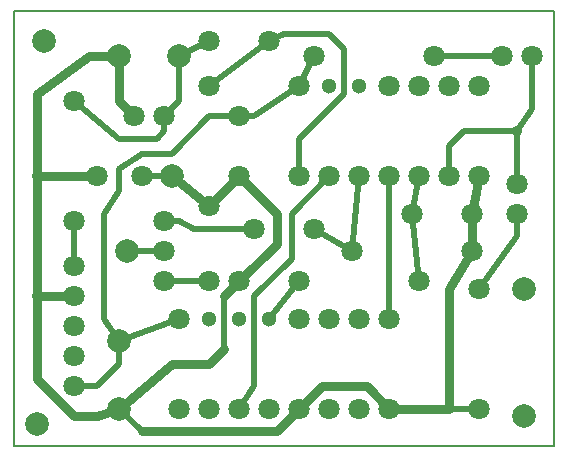
<source format=gtl>
G04 (created by PCBNEW (2014-jul-20)-stable) date sam. 16 mai 2015 18:00:13 CEST*
%MOIN*%
G04 Gerber Fmt 3.4, Leading zero omitted, Abs format*
%FSLAX34Y34*%
G01*
G70*
G90*
G04 APERTURE LIST*
%ADD10C,0.00590551*%
%ADD11C,0.0708661*%
%ADD12C,0.0787402*%
%ADD13C,0.0709*%
%ADD14C,0.0787*%
%ADD15C,0.0511811*%
%ADD16C,0.035*%
%ADD17C,0.019685*%
%ADD18C,0.0314961*%
G04 APERTURE END LIST*
G54D10*
X18000Y14500D02*
X0Y14500D01*
X18000Y0D02*
X18000Y14500D01*
X0Y0D02*
X18000Y0D01*
X0Y14500D02*
X0Y0D01*
G54D11*
X2000Y2000D03*
X2000Y3000D03*
X2000Y4000D03*
X2000Y5000D03*
X2000Y6000D03*
X5000Y7500D03*
X5000Y6500D03*
X5000Y5500D03*
X6500Y5500D03*
X7500Y5500D03*
G54D12*
X5500Y13000D03*
X3500Y13000D03*
G54D13*
X2000Y11500D03*
X2000Y7500D03*
X15500Y1250D03*
X15500Y5250D03*
X14000Y13000D03*
X10000Y13000D03*
X13500Y5500D03*
X9500Y5500D03*
X11250Y6500D03*
X15250Y6500D03*
X6500Y12000D03*
X6500Y8000D03*
X16250Y13000D03*
X17250Y13000D03*
X16750Y8750D03*
X16750Y7750D03*
G54D14*
X3500Y1250D03*
X3750Y6500D03*
X5250Y9000D03*
X3500Y3500D03*
G54D11*
X5500Y1250D03*
X6500Y1250D03*
X7500Y1250D03*
X8500Y1250D03*
X9500Y1250D03*
X10500Y1250D03*
X11500Y1250D03*
X12500Y1250D03*
X12500Y4250D03*
X11500Y4250D03*
X10500Y4250D03*
X9500Y4250D03*
G54D15*
X8500Y4250D03*
X7500Y4250D03*
X6500Y4250D03*
G54D11*
X5500Y4250D03*
X9500Y9000D03*
X10500Y9000D03*
X11500Y9000D03*
X12500Y9000D03*
X13500Y9000D03*
X14500Y9000D03*
X15500Y9000D03*
X15500Y12000D03*
X14500Y12000D03*
X13500Y12000D03*
X12500Y12000D03*
G54D15*
X11500Y12000D03*
X10500Y12000D03*
G54D11*
X9500Y12000D03*
G54D13*
X7500Y11000D03*
X7500Y9000D03*
X8000Y7250D03*
X10000Y7250D03*
X6500Y13500D03*
X8500Y13500D03*
X15250Y7750D03*
X13250Y7750D03*
G54D11*
X5000Y11000D03*
X4000Y11000D03*
G54D14*
X1000Y13500D03*
X17000Y1000D03*
X17000Y5250D03*
X750Y750D03*
G54D16*
X750Y9000D03*
G54D11*
X2750Y9000D03*
X4250Y9000D03*
G54D16*
X14500Y1250D03*
X750Y5000D03*
X16750Y10500D03*
G54D17*
X3500Y3500D02*
X3500Y2750D01*
X2750Y2000D02*
X2000Y2000D01*
X3500Y2750D02*
X2750Y2000D01*
X10000Y13000D02*
X9500Y12000D01*
X7500Y11000D02*
X6500Y11000D01*
X3500Y9250D02*
X3500Y8500D01*
X3500Y8500D02*
X3000Y7750D01*
X3000Y7750D02*
X3000Y7750D01*
X6500Y11000D02*
X5250Y9750D01*
X5250Y9750D02*
X4250Y9750D01*
X4250Y9750D02*
X3500Y9250D01*
X6500Y11000D02*
X6500Y11000D01*
X6500Y11000D02*
X6500Y11000D01*
X3500Y3500D02*
X5500Y4250D01*
X3000Y7750D02*
X3000Y4250D01*
X3000Y4250D02*
X3500Y3500D01*
X7500Y11000D02*
X8000Y11000D01*
X8000Y11000D02*
X9500Y12000D01*
X5250Y9000D02*
X4250Y9000D01*
G54D18*
X2750Y9000D02*
X750Y9000D01*
X750Y9000D02*
X750Y5000D01*
X3500Y13000D02*
X2500Y13000D01*
X2500Y13000D02*
X750Y11750D01*
X750Y11750D02*
X750Y9000D01*
X2000Y5000D02*
X750Y5000D01*
X2000Y1000D02*
X2750Y1000D01*
X2750Y1000D02*
X3500Y1250D01*
X750Y5000D02*
X750Y2250D01*
X750Y2250D02*
X2000Y1000D01*
G54D17*
X3500Y1250D02*
X3500Y1250D01*
G54D18*
X5250Y2750D02*
X3500Y1250D01*
X6500Y2750D02*
X5250Y2750D01*
X7000Y3250D02*
X6500Y2750D01*
G54D17*
X7000Y5000D02*
X7000Y3250D01*
G54D18*
X7500Y5500D02*
X7000Y5000D01*
X8750Y500D02*
X9500Y1250D01*
G54D17*
X3500Y1250D02*
X4250Y500D01*
G54D18*
X4250Y500D02*
X8750Y500D01*
X15250Y6500D02*
X14500Y5250D01*
G54D17*
X14500Y5250D02*
X14500Y5250D01*
G54D18*
X8750Y7750D02*
X7500Y9000D01*
X8750Y6750D02*
X8750Y7750D01*
X7500Y5500D02*
X8750Y6750D01*
X9500Y1250D02*
X10250Y2000D01*
X10250Y2000D02*
X11750Y2000D01*
X11750Y2000D02*
X12500Y1250D01*
G54D17*
X15500Y1250D02*
X15500Y1250D01*
X15500Y1250D02*
X14500Y1250D01*
G54D18*
X14500Y1250D02*
X12500Y1250D01*
X15250Y7750D02*
X15500Y9000D01*
X15250Y6500D02*
X15250Y7750D01*
X6500Y8000D02*
X7500Y9000D01*
X5250Y9000D02*
X6500Y8000D01*
X3500Y13000D02*
X3500Y11500D01*
X3500Y11500D02*
X4000Y11000D01*
G54D17*
X14500Y5250D02*
X14500Y5250D01*
G54D18*
X14500Y5250D02*
X14500Y1250D01*
G54D17*
X14000Y13000D02*
X16250Y13000D01*
X16750Y7750D02*
X16750Y7000D01*
X16750Y7000D02*
X15500Y5250D01*
X3750Y6500D02*
X4500Y6500D01*
X4500Y6500D02*
X5000Y6500D01*
X5000Y7500D02*
X5500Y7500D01*
X6000Y7250D02*
X8000Y7250D01*
X5500Y7500D02*
X6000Y7250D01*
X5000Y5500D02*
X6500Y5500D01*
X16750Y8750D02*
X16750Y10500D01*
X16750Y10500D02*
X17250Y11250D01*
X17250Y13000D02*
X17250Y11250D01*
X17250Y11250D02*
X16750Y10500D01*
X14500Y9000D02*
X14500Y10000D01*
X15000Y10500D02*
X16750Y10500D01*
X14500Y10000D02*
X15000Y10500D01*
X2000Y11500D02*
X3500Y10250D01*
X5000Y10500D02*
X5000Y11000D01*
X4750Y10250D02*
X5000Y10500D01*
X3500Y10250D02*
X4750Y10250D01*
X5500Y13000D02*
X5500Y11500D01*
X5500Y11500D02*
X5000Y11000D01*
X5500Y13000D02*
X6500Y13500D01*
X9500Y10250D02*
X9500Y9000D01*
X11000Y11750D02*
X9500Y10250D01*
X11000Y13250D02*
X11000Y11750D01*
X10500Y13750D02*
X11000Y13250D01*
X9000Y13750D02*
X10500Y13750D01*
X8500Y13500D02*
X9000Y13750D01*
X6500Y12000D02*
X8500Y13500D01*
X2000Y6000D02*
X2000Y7500D01*
X7500Y1250D02*
X7500Y1250D01*
X8000Y2000D02*
X7500Y1250D01*
X8000Y5000D02*
X8000Y2000D01*
X9250Y6250D02*
X8000Y5000D01*
X9250Y7750D02*
X9250Y6250D01*
X10500Y9000D02*
X9250Y7750D01*
X12500Y9000D02*
X12500Y4250D01*
X10000Y7250D02*
X11250Y6500D01*
X11250Y6500D02*
X11500Y9000D01*
X8500Y4250D02*
X9500Y5500D01*
X13250Y7750D02*
X13500Y5500D01*
X13500Y9000D02*
X13250Y7750D01*
M02*

</source>
